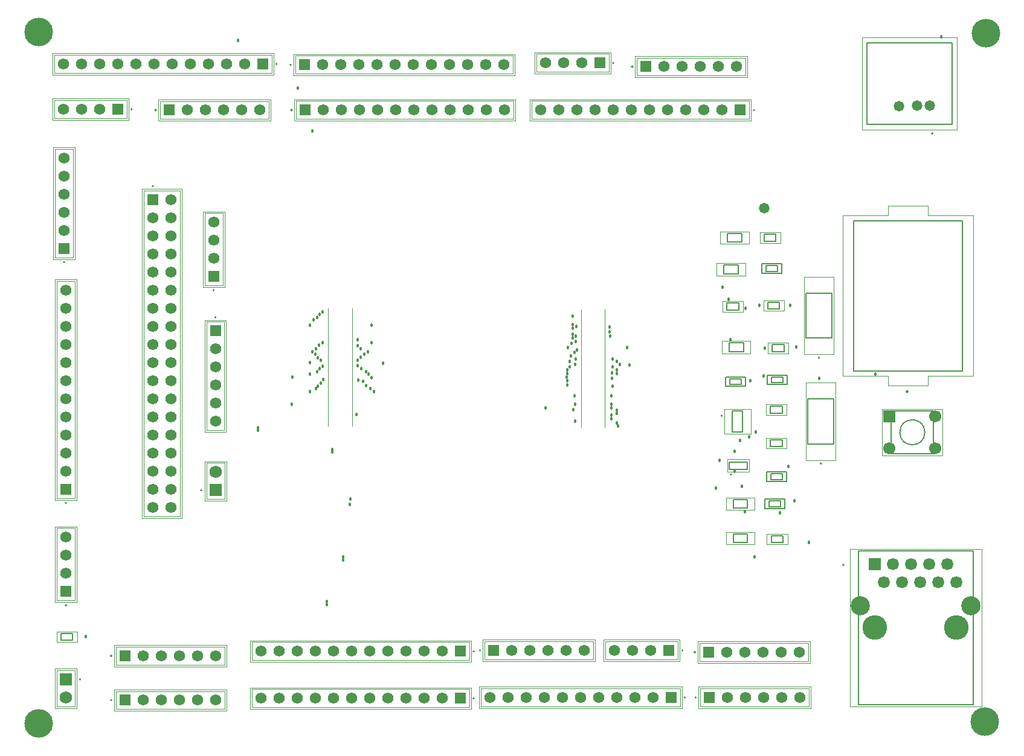
<source format=gbs>
G04*
G04 #@! TF.GenerationSoftware,Altium Limited,Altium Designer,22.1.2 (22)*
G04*
G04 Layer_Color=16711935*
%FSLAX25Y25*%
%MOIN*%
G70*
G04*
G04 #@! TF.SameCoordinates,2E2365BE-A05A-434A-80F0-4BE633B458EC*
G04*
G04*
G04 #@! TF.FilePolarity,Negative*
G04*
G01*
G75*
%ADD10C,0.00787*%
%ADD11C,0.00500*%
%ADD12C,0.00394*%
%ADD14C,0.00197*%
%ADD51R,0.06194X0.06194*%
%ADD52C,0.06194*%
%ADD53R,0.06194X0.06194*%
%ADD54C,0.13595*%
%ADD55C,0.10544*%
%ADD56R,0.06619X0.06619*%
%ADD57C,0.06619*%
%ADD58R,0.06824X0.06824*%
%ADD59C,0.06824*%
%ADD60C,0.06698*%
%ADD61R,0.06698X0.06698*%
%ADD62C,0.15800*%
%ADD63C,0.01800*%
%ADD64C,0.05800*%
D10*
X629953Y348500D02*
G03*
X629953Y348500I-394J0D01*
G01*
X728433Y335610D02*
G03*
X728433Y335610I-394J0D01*
G01*
X332894Y234059D02*
G03*
X332894Y234059I-394J0D01*
G01*
X275335Y22500D02*
G03*
X275335Y22500I-394J0D01*
G01*
X298394Y306559D02*
G03*
X298394Y306559I-394J0D01*
G01*
X366453Y374000D02*
G03*
X366453Y374000I-394J0D01*
G01*
X331894Y248941D02*
G03*
X331894Y248941I-394J0D01*
G01*
X597335Y49000D02*
G03*
X597335Y49000I-394J0D01*
G01*
X275335Y47000D02*
G03*
X275335Y47000I-394J0D01*
G01*
X374835Y348500D02*
G03*
X374835Y348500I-394J0D01*
G01*
X374335Y373500D02*
G03*
X374335Y373500I-394J0D01*
G01*
X679312Y97303D02*
G03*
X679312Y97303I-394J0D01*
G01*
X552453Y374500D02*
G03*
X552453Y374500I-394J0D01*
G01*
X617425Y147153D02*
G03*
X617425Y147153I-394J0D01*
G01*
X562835Y372500D02*
G03*
X562835Y372500I-394J0D01*
G01*
X714663Y192967D02*
G03*
X714663Y192967I-557J0D01*
G01*
X286453Y349000D02*
G03*
X286453Y349000I-394J0D01*
G01*
X258268Y34000D02*
G03*
X258268Y34000I-394J0D01*
G01*
X590453Y50000D02*
G03*
X590453Y50000I-394J0D01*
G01*
X249394Y264441D02*
G03*
X249394Y264441I-394J0D01*
G01*
X475453Y49500D02*
G03*
X475453Y49500I-394J0D01*
G01*
X597835Y24000D02*
G03*
X597835Y24000I-394J0D01*
G01*
X612232Y179650D02*
G03*
X612232Y179650I-394J0D01*
G01*
X478835Y50000D02*
G03*
X478835Y50000I-394J0D01*
G01*
X666894Y153232D02*
G03*
X666894Y153232I-394J0D01*
G01*
X665894Y211732D02*
G03*
X665894Y211732I-394J0D01*
G01*
X591953Y24000D02*
G03*
X591953Y24000I-394J0D01*
G01*
X475453Y23500D02*
G03*
X475453Y23500I-394J0D01*
G01*
X250394Y74941D02*
G03*
X250394Y74941I-394J0D01*
G01*
X299835Y348500D02*
G03*
X299835Y348500I-394J0D01*
G01*
X250394Y131441D02*
G03*
X250394Y131441I-394J0D01*
G01*
X325020Y138500D02*
G03*
X325020Y138500I-394J0D01*
G01*
D11*
X723910Y170500D02*
G03*
X723910Y170500I-6909J0D01*
G01*
X615937Y215039D02*
X623811D01*
X615937Y219961D02*
X623811D01*
Y215039D02*
Y219961D01*
X615937Y215039D02*
Y219961D01*
X639732Y215150D02*
Y218850D01*
X646268Y215150D02*
Y218850D01*
X639732D02*
X646268D01*
X639732Y215150D02*
X646268D01*
X614732Y238150D02*
Y241850D01*
X621268Y238150D02*
Y241850D01*
X614732D02*
X621268D01*
X614732Y238150D02*
X621268D01*
X637232Y238650D02*
Y242350D01*
X643768Y238650D02*
Y242350D01*
X637232D02*
X643768D01*
X637232Y238650D02*
X643768D01*
X738965Y340532D02*
Y385610D01*
X691917D02*
X738965D01*
X691917Y340532D02*
Y385610D01*
Y340532D02*
X738965D01*
X639220Y109650D02*
X645756D01*
X639220Y113350D02*
X645756D01*
Y109650D02*
Y113350D01*
X639220Y109650D02*
Y113350D01*
X687206Y104980D02*
X750710D01*
Y19980D02*
Y104980D01*
X687206Y19980D02*
X750710D01*
X687206D02*
Y104980D01*
X636350Y259425D02*
Y262575D01*
X642650Y259425D02*
Y262575D01*
X636350D02*
X642650D01*
X636350Y259425D02*
X642650D01*
X616047Y150106D02*
Y154043D01*
X625890D01*
Y150106D02*
Y154043D01*
X616047Y150106D02*
X625890D01*
X635244Y276150D02*
X641780D01*
X635244Y279850D02*
X641780D01*
Y276150D02*
Y279850D01*
X635244Y276150D02*
Y279850D01*
X638744Y181150D02*
X645280D01*
X638744Y184850D02*
X645280D01*
Y181150D02*
Y184850D01*
X638744Y181150D02*
Y184850D01*
X638732Y162650D02*
X645268D01*
X638732Y166350D02*
X645268D01*
Y162650D02*
Y166350D01*
X638732Y162650D02*
Y166350D01*
X638850Y144425D02*
Y147575D01*
X645150Y144425D02*
Y147575D01*
X638850D02*
X645150D01*
X638850Y144425D02*
X645150D01*
X637898Y129425D02*
Y132575D01*
X644197Y129425D02*
Y132575D01*
X637898D02*
X644197D01*
X637898Y129425D02*
X644197D01*
X684500Y204424D02*
Y287416D01*
X744500D01*
Y204424D02*
Y287416D01*
X684500Y204424D02*
X744500D01*
X618189Y109539D02*
Y114461D01*
X626063Y109539D02*
Y114461D01*
X618189D02*
X626063D01*
X618189Y109539D02*
X626063D01*
X705209Y158709D02*
Y182291D01*
Y158709D02*
X728791D01*
Y182291D01*
X705209D02*
X728791D01*
X618189Y128539D02*
Y133461D01*
X626063Y128539D02*
Y133461D01*
X618189D02*
X626063D01*
X618189Y128539D02*
X626063D01*
X617744Y170594D02*
Y182405D01*
Y170594D02*
X623256D01*
Y182405D01*
X617744D02*
X623256D01*
X616303Y196925D02*
Y200075D01*
X622602Y196925D02*
Y200075D01*
X616303D02*
X622602D01*
X616303Y196925D02*
X622602D01*
X613063Y258039D02*
Y262961D01*
X620937Y258039D02*
Y262961D01*
X613063D02*
X620937D01*
X613063Y258039D02*
X620937D01*
X659453Y164098D02*
Y188902D01*
X673547D01*
Y164098D02*
Y188902D01*
X659453Y164098D02*
X673547D01*
X658453Y222598D02*
Y247402D01*
X672547D01*
Y222598D02*
Y247402D01*
X658453Y222598D02*
X672547D01*
X615063Y275539D02*
Y280461D01*
X622937Y275539D02*
Y280461D01*
X615063D02*
X622937D01*
X615063Y275539D02*
X622937D01*
X639350Y197925D02*
Y201075D01*
X645650Y197925D02*
Y201075D01*
X639350D02*
X645650D01*
X639350Y197925D02*
X645650D01*
X247232Y55650D02*
X253768D01*
X247232Y59350D02*
X253768D01*
Y55650D02*
Y59350D01*
X247232Y55650D02*
Y59350D01*
X633988Y263559D02*
X645012D01*
Y258441D02*
Y263559D01*
X633988Y258441D02*
Y263559D01*
Y258441D02*
X645012D01*
X636488Y148559D02*
X647512D01*
Y143441D02*
Y148559D01*
X636488Y143441D02*
Y148559D01*
Y143441D02*
X647512D01*
X635535Y133559D02*
X646559D01*
Y128441D02*
Y133559D01*
X635535Y128441D02*
Y133559D01*
Y128441D02*
X646559D01*
X613941Y201059D02*
X624965D01*
Y195941D02*
Y201059D01*
X613941Y195941D02*
Y201059D01*
Y195941D02*
X624965D01*
X636988Y202059D02*
X648012D01*
Y196941D02*
Y202059D01*
X636988Y196941D02*
Y202059D01*
Y196941D02*
X648012D01*
D12*
X627000Y343500D02*
Y353500D01*
X507000Y343500D02*
X627000D01*
X507000D02*
Y353500D01*
X627000D01*
X407960Y173884D02*
Y238850D01*
X394646Y173884D02*
Y238848D01*
X337400Y171500D02*
Y231500D01*
X327600D02*
X337400D01*
X327600Y171500D02*
Y231500D01*
Y171500D02*
X337400D01*
X277500Y27400D02*
X337500D01*
X277500Y17600D02*
Y27400D01*
Y17600D02*
X337500D01*
Y27400D01*
X293000Y124000D02*
Y304000D01*
Y124000D02*
X313000D01*
Y304000D01*
X293000D02*
X313000D01*
X243500Y379000D02*
X363500D01*
X243500Y369000D02*
Y379000D01*
Y369000D02*
X363500D01*
Y379000D01*
X326500Y251500D02*
X336500D01*
X326500D02*
Y291500D01*
X336500D01*
Y251500D02*
Y291500D01*
X659500Y44100D02*
Y53900D01*
X599500Y44100D02*
X659500D01*
X599500D02*
Y53900D01*
X659500D01*
X337500Y42100D02*
Y51900D01*
X277500Y42100D02*
X337500D01*
X277500D02*
Y51900D01*
X337500D01*
X377000Y343500D02*
Y353500D01*
X497000D01*
Y343500D02*
Y353500D01*
X377000Y343500D02*
X497000D01*
X376500Y368500D02*
Y378500D01*
X496500D01*
Y368500D02*
Y378500D01*
X376500Y368500D02*
X496500D01*
X549500Y369500D02*
Y379500D01*
X509500Y369500D02*
X549500D01*
X509500D02*
Y379500D01*
X549500D01*
X547460Y173227D02*
Y238192D01*
X534146Y173227D02*
Y238191D01*
X625000Y367600D02*
Y377400D01*
X565000Y367600D02*
X625000D01*
X565000D02*
Y377400D01*
X625000D01*
X283500Y344000D02*
Y354000D01*
X243500Y344000D02*
X283500D01*
X243500D02*
Y354000D01*
X283500D01*
X245000Y39000D02*
X255000D01*
Y19000D02*
Y39000D01*
X245000Y19000D02*
X255000D01*
X245000D02*
Y39000D01*
X587500Y45000D02*
Y55000D01*
X547500Y45000D02*
X587500D01*
X547500D02*
Y55000D01*
X587500D01*
X244100Y327000D02*
X253900D01*
Y267000D02*
Y327000D01*
X244100Y267000D02*
X253900D01*
X244100D02*
Y327000D01*
X472500Y44500D02*
Y54500D01*
X352500Y44500D02*
X472500D01*
X352500D02*
Y54500D01*
X472500D01*
X660000Y19100D02*
Y28900D01*
X600000Y19100D02*
X660000D01*
X600000D02*
Y28900D01*
X660000D01*
X541000Y45100D02*
Y54900D01*
X481000Y45100D02*
X541000D01*
X481000D02*
Y54900D01*
X541000D01*
X479000Y19000D02*
Y29000D01*
X589000D01*
Y19000D02*
Y29000D01*
X479000Y19000D02*
X589000D01*
X479000D02*
Y29000D01*
X589000D01*
Y19000D02*
Y29000D01*
X472500Y18500D02*
Y28500D01*
X352500Y18500D02*
X472500D01*
X352500D02*
Y28500D01*
X472500D01*
X245000Y77500D02*
X255000D01*
X245000D02*
Y117500D01*
X255000D01*
Y77500D02*
Y117500D01*
X362000Y343600D02*
Y353400D01*
X302000Y343600D02*
X362000D01*
X302000D02*
Y353400D01*
X362000D01*
X245000Y134000D02*
X255000D01*
X245000D02*
Y254000D01*
X255000D01*
Y134000D02*
Y254000D01*
X327500Y133500D02*
X337500D01*
X327500D02*
Y153500D01*
X337500D01*
Y133500D02*
Y153500D01*
D14*
X627984Y342516D02*
Y354484D01*
X506016Y342516D02*
X627984D01*
X506016D02*
Y354484D01*
X627984D01*
X612000Y220945D02*
X627748D01*
Y214055D02*
Y220945D01*
X612000Y214055D02*
X627748D01*
X612000D02*
Y220945D01*
X648685Y214087D02*
Y219913D01*
X637315Y214087D02*
Y219913D01*
X648685D01*
X637315Y214087D02*
X648685D01*
X623685Y237087D02*
Y242913D01*
X612315Y237087D02*
Y242913D01*
X623685D01*
X612315Y237087D02*
X623685D01*
X646185Y237587D02*
Y243413D01*
X634815Y237587D02*
Y243413D01*
X646185D01*
X634815Y237587D02*
X646185D01*
X689457Y388563D02*
X741622D01*
Y337579D02*
Y388563D01*
X689457Y337579D02*
X741622D01*
X689457D02*
Y388563D01*
X338384Y170516D02*
Y232484D01*
X326616D02*
X338384D01*
X326616Y170516D02*
Y232484D01*
Y170516D02*
X338384D01*
X276516Y28384D02*
X338484D01*
X276516Y16616D02*
Y28384D01*
Y16616D02*
X338484D01*
Y28384D01*
X292016Y123016D02*
Y304984D01*
Y123016D02*
X313984D01*
Y304984D01*
X292016D02*
X313984D01*
X242516Y379984D02*
X364484D01*
X242516Y368016D02*
Y379984D01*
Y368016D02*
X364484D01*
Y379984D01*
X325516Y250516D02*
X337484D01*
X325516D02*
Y292484D01*
X337484D01*
Y250516D02*
Y292484D01*
X660484Y43116D02*
Y54884D01*
X598516Y43116D02*
X660484D01*
X598516D02*
Y54884D01*
X660484D01*
X338484Y41116D02*
Y52884D01*
X276516Y41116D02*
X338484D01*
X276516D02*
Y52884D01*
X338484D01*
X636803Y108587D02*
X648173D01*
X636803Y114413D02*
X648173D01*
X636803Y108587D02*
Y114413D01*
X648173Y108587D02*
Y114413D01*
X376016Y342516D02*
Y354484D01*
X497984D01*
Y342516D02*
Y354484D01*
X376016Y342516D02*
X497984D01*
X375516Y367516D02*
Y379484D01*
X497484D01*
Y367516D02*
Y379484D01*
X375516Y367516D02*
X497484D01*
X682540Y105965D02*
X755375D01*
Y18996D02*
Y105965D01*
X682540Y18996D02*
X755375D01*
X682540D02*
Y105965D01*
X550484Y368516D02*
Y380484D01*
X508516Y368516D02*
X550484D01*
X508516D02*
Y380484D01*
X550484D01*
X615063Y148531D02*
Y155618D01*
X626874D01*
Y148531D02*
Y155618D01*
X615063Y148531D02*
X626874D01*
X632827Y275087D02*
X644197D01*
X632827Y280913D02*
X644197D01*
X632827Y275087D02*
Y280913D01*
X644197Y275087D02*
Y280913D01*
X636327Y180087D02*
X647697D01*
X636327Y185913D02*
X647697D01*
X636327Y180087D02*
Y185913D01*
X647697Y180087D02*
Y185913D01*
X636315Y161587D02*
X647685D01*
X636315Y167413D02*
X647685D01*
X636315Y161587D02*
Y167413D01*
X647685Y161587D02*
Y167413D01*
X625984Y366616D02*
Y378384D01*
X564016Y366616D02*
X625984D01*
X564016D02*
Y378384D01*
X625984D01*
X678516Y201629D02*
Y290212D01*
X703476D01*
Y295625D01*
X725524D01*
Y290212D02*
Y295625D01*
Y290212D02*
X750484D01*
Y201629D02*
Y290212D01*
X725524Y201629D02*
X750484D01*
X725524Y196215D02*
Y201629D01*
X703476Y196215D02*
X725524D01*
X703476D02*
Y201629D01*
X678516D02*
X703476D01*
X284484Y343016D02*
Y354984D01*
X242516Y343016D02*
X284484D01*
X242516D02*
Y354984D01*
X284484D01*
X255984Y18016D02*
Y39984D01*
X244016Y18016D02*
X255984D01*
X244016D02*
Y39984D01*
X255984D01*
X588484Y44016D02*
Y55984D01*
X546516Y44016D02*
X588484D01*
X546516D02*
Y55984D01*
X588484D01*
X243116Y327984D02*
X254884D01*
Y266016D02*
Y327984D01*
X243116Y266016D02*
X254884D01*
X243116D02*
Y327984D01*
X614252Y108555D02*
Y115445D01*
Y108555D02*
X630000D01*
Y115445D01*
X614252D02*
X630000D01*
X473484Y43516D02*
Y55484D01*
X351516Y43516D02*
X473484D01*
X351516D02*
Y55484D01*
X473484D01*
X700268Y157705D02*
Y183295D01*
Y157705D02*
X733732D01*
Y183295D01*
X700268D02*
X733732D01*
X660984Y18116D02*
Y29884D01*
X599016Y18116D02*
X660984D01*
X599016D02*
Y29884D01*
X660984D01*
X614252Y127555D02*
Y134445D01*
Y127555D02*
X630000D01*
Y134445D01*
X614252D02*
X630000D01*
X613177Y183390D02*
X627823D01*
Y169610D02*
Y183390D01*
X613177Y169610D02*
X627823D01*
X613177D02*
Y183390D01*
X541984Y44116D02*
Y55884D01*
X480016Y44116D02*
X541984D01*
X480016D02*
Y55884D01*
X541984D01*
X609126Y257055D02*
Y263945D01*
Y257055D02*
X624874D01*
Y263945D01*
X609126D02*
X624874D01*
X658469Y155043D02*
Y197957D01*
X674532D01*
Y155043D02*
Y197957D01*
X658469Y155043D02*
X674532D01*
X657469Y213543D02*
Y256457D01*
X673532D01*
Y213543D02*
Y256457D01*
X657469Y213543D02*
X673532D01*
X478016Y18016D02*
Y29984D01*
X589984D01*
Y18016D02*
Y29984D01*
X478016Y18016D02*
X589984D01*
X611126Y274555D02*
Y281445D01*
Y274555D02*
X626874D01*
Y281445D01*
X611126D02*
X626874D01*
X473484Y17516D02*
Y29484D01*
X351516Y17516D02*
X473484D01*
X351516D02*
Y29484D01*
X473484D01*
X244016Y76516D02*
X255984D01*
X244016D02*
Y118484D01*
X255984D01*
Y76516D02*
Y118484D01*
X244815Y54587D02*
X256185D01*
X244815Y60413D02*
X256185D01*
X244815Y54587D02*
Y60413D01*
X256185Y54587D02*
Y60413D01*
X362984Y342616D02*
Y354384D01*
X301016Y342616D02*
X362984D01*
X301016D02*
Y354384D01*
X362984D01*
X244016Y133016D02*
X255984D01*
X244016D02*
Y254984D01*
X255984D01*
Y133016D02*
Y254984D01*
X326516Y132516D02*
Y154484D01*
X338484D01*
Y132516D02*
Y154484D01*
X326516Y132516D02*
X338484D01*
D51*
X622000Y348500D02*
D03*
X282500Y22500D02*
D03*
X358500Y374000D02*
D03*
X604500Y49000D02*
D03*
X282500Y47000D02*
D03*
X382000Y348500D02*
D03*
X381500Y373500D02*
D03*
X544500Y374500D02*
D03*
X570000Y372500D02*
D03*
X278500Y349000D02*
D03*
X582500Y50000D02*
D03*
X467500Y49500D02*
D03*
X605000Y24000D02*
D03*
X486000Y50000D02*
D03*
X584000Y24000D02*
D03*
X467500Y23500D02*
D03*
X307000Y348500D02*
D03*
D52*
X612000D02*
D03*
X602000D02*
D03*
X592000D02*
D03*
X582000D02*
D03*
X572000D02*
D03*
X562000D02*
D03*
X552000D02*
D03*
X542000D02*
D03*
X532000D02*
D03*
X522000D02*
D03*
X512000D02*
D03*
X332500Y176500D02*
D03*
Y186500D02*
D03*
Y196500D02*
D03*
Y206500D02*
D03*
Y216500D02*
D03*
Y22500D02*
D03*
X322500D02*
D03*
X312500D02*
D03*
X302500D02*
D03*
X292500D02*
D03*
X308000Y129000D02*
D03*
X298000D02*
D03*
X308000Y139000D02*
D03*
X298000D02*
D03*
X308000Y149000D02*
D03*
X298000D02*
D03*
X308000Y159000D02*
D03*
X298000D02*
D03*
X308000Y169000D02*
D03*
X298000D02*
D03*
X308000Y179000D02*
D03*
X298000D02*
D03*
X308000Y189000D02*
D03*
X298000D02*
D03*
X308000Y199000D02*
D03*
X298000D02*
D03*
X308000Y209000D02*
D03*
X298000D02*
D03*
X308000Y219000D02*
D03*
X298000D02*
D03*
X308000Y229000D02*
D03*
X298000D02*
D03*
X308000Y239000D02*
D03*
X298000D02*
D03*
X308000Y249000D02*
D03*
X298000D02*
D03*
X308000Y259000D02*
D03*
X298000D02*
D03*
X308000Y269000D02*
D03*
X298000D02*
D03*
X308000Y279000D02*
D03*
X298000D02*
D03*
X308000Y289000D02*
D03*
X298000D02*
D03*
X308000Y299000D02*
D03*
X248500Y374000D02*
D03*
X258500D02*
D03*
X268500D02*
D03*
X278500D02*
D03*
X288500D02*
D03*
X298500D02*
D03*
X308500D02*
D03*
X318500D02*
D03*
X328500D02*
D03*
X338500D02*
D03*
X348500D02*
D03*
X331500Y266500D02*
D03*
Y276500D02*
D03*
Y286500D02*
D03*
X614500Y49000D02*
D03*
X624500D02*
D03*
X634500D02*
D03*
X644500D02*
D03*
X654500D02*
D03*
X292500Y47000D02*
D03*
X302500D02*
D03*
X312500D02*
D03*
X322500D02*
D03*
X332500D02*
D03*
X392000Y348500D02*
D03*
X402000D02*
D03*
X412000D02*
D03*
X422000D02*
D03*
X432000D02*
D03*
X442000D02*
D03*
X452000D02*
D03*
X462000D02*
D03*
X472000D02*
D03*
X482000D02*
D03*
X492000D02*
D03*
X391500Y373500D02*
D03*
X401500D02*
D03*
X411500D02*
D03*
X421500D02*
D03*
X431500D02*
D03*
X441500D02*
D03*
X451500D02*
D03*
X461500D02*
D03*
X471500D02*
D03*
X481500D02*
D03*
X491500D02*
D03*
X534500Y374500D02*
D03*
X524500D02*
D03*
X514500D02*
D03*
X580000Y372500D02*
D03*
X590000D02*
D03*
X600000D02*
D03*
X610000D02*
D03*
X620000D02*
D03*
X268500Y349000D02*
D03*
X258500D02*
D03*
X248500D02*
D03*
X572500Y50000D02*
D03*
X562500D02*
D03*
X552500D02*
D03*
X249000Y282000D02*
D03*
Y292000D02*
D03*
Y302000D02*
D03*
Y312000D02*
D03*
Y322000D02*
D03*
X457500Y49500D02*
D03*
X447500D02*
D03*
X437500D02*
D03*
X427500D02*
D03*
X417500D02*
D03*
X407500D02*
D03*
X397500D02*
D03*
X387500D02*
D03*
X377500D02*
D03*
X367500D02*
D03*
X357500D02*
D03*
X615000Y24000D02*
D03*
X625000D02*
D03*
X635000D02*
D03*
X645000D02*
D03*
X655000D02*
D03*
X496000Y50000D02*
D03*
X506000D02*
D03*
X516000D02*
D03*
X526000D02*
D03*
X536000D02*
D03*
X574000Y24000D02*
D03*
X564000D02*
D03*
X554000D02*
D03*
X544000D02*
D03*
X534000D02*
D03*
X524000D02*
D03*
X514000D02*
D03*
X504000D02*
D03*
X494000D02*
D03*
X484000D02*
D03*
X457500Y23500D02*
D03*
X447500D02*
D03*
X437500D02*
D03*
X427500D02*
D03*
X417500D02*
D03*
X407500D02*
D03*
X397500D02*
D03*
X387500D02*
D03*
X377500D02*
D03*
X367500D02*
D03*
X357500D02*
D03*
X250000Y92500D02*
D03*
Y102500D02*
D03*
Y112500D02*
D03*
X317000Y348500D02*
D03*
X327000D02*
D03*
X337000D02*
D03*
X347000D02*
D03*
X357000D02*
D03*
X250000Y149000D02*
D03*
Y159000D02*
D03*
Y169000D02*
D03*
Y179000D02*
D03*
Y189000D02*
D03*
Y199000D02*
D03*
Y209000D02*
D03*
Y219000D02*
D03*
Y229000D02*
D03*
Y239000D02*
D03*
Y249000D02*
D03*
D53*
X332500Y226500D02*
D03*
X298000Y299000D02*
D03*
X331500Y256500D02*
D03*
X249000Y272000D02*
D03*
X250000Y82500D02*
D03*
Y139000D02*
D03*
D54*
X741458Y62500D02*
D03*
X696458D02*
D03*
D55*
X688466Y74508D02*
D03*
X749450D02*
D03*
D56*
X696458Y97500D02*
D03*
D57*
X706458D02*
D03*
X716458D02*
D03*
X726458D02*
D03*
X701458Y87500D02*
D03*
X711458D02*
D03*
X721458D02*
D03*
X731458D02*
D03*
X736458Y97500D02*
D03*
X741458Y87500D02*
D03*
D58*
X250000Y34000D02*
D03*
X332500Y138500D02*
D03*
D59*
X250000Y24000D02*
D03*
X332500Y148500D02*
D03*
D60*
X704205Y161642D02*
D03*
X729795D02*
D03*
Y179358D02*
D03*
D61*
X704205D02*
D03*
D62*
X235000Y391500D02*
D03*
Y9500D02*
D03*
X757000Y10500D02*
D03*
X757500Y391000D02*
D03*
D63*
X418500Y229500D02*
D03*
X386000Y337000D02*
D03*
X530000Y183000D02*
D03*
X651998Y132502D02*
D03*
X644000Y126000D02*
D03*
X514500Y184000D02*
D03*
X619000Y160000D02*
D03*
X551061Y185939D02*
D03*
X526500Y196500D02*
D03*
X529761Y222559D02*
D03*
X529061Y219561D02*
D03*
X527105Y217274D02*
D03*
X530500Y214500D02*
D03*
X528500Y212500D02*
D03*
X532000Y216000D02*
D03*
X531183Y220744D02*
D03*
X531244Y223744D02*
D03*
X531500Y229000D02*
D03*
X531342Y211146D02*
D03*
X526447Y200947D02*
D03*
X526500Y199000D02*
D03*
X526474Y203042D02*
D03*
X526500Y205000D02*
D03*
X627500Y199000D02*
D03*
X630500Y170500D02*
D03*
X627000Y168000D02*
D03*
X621939Y165939D02*
D03*
X529500Y234500D02*
D03*
Y228000D02*
D03*
Y224500D02*
D03*
Y230000D02*
D03*
X528000Y206500D02*
D03*
Y209500D02*
D03*
X550189Y223811D02*
D03*
X550000Y226000D02*
D03*
X559689Y217311D02*
D03*
X554000Y209500D02*
D03*
X555500Y208000D02*
D03*
X551500Y211071D02*
D03*
Y196000D02*
D03*
X551346Y203346D02*
D03*
X551000Y190500D02*
D03*
X616500Y221500D02*
D03*
X551500Y206500D02*
D03*
X530748Y190748D02*
D03*
X531000Y208000D02*
D03*
X345000Y387000D02*
D03*
X696500Y202500D02*
D03*
X410382Y180382D02*
D03*
X413811Y198811D02*
D03*
X406500Y130500D02*
D03*
X406939Y133561D02*
D03*
X388500Y234000D02*
D03*
X391500Y237000D02*
D03*
X615500Y244000D02*
D03*
X415656Y196399D02*
D03*
X418000Y194500D02*
D03*
X390630Y197630D02*
D03*
X389000Y211500D02*
D03*
X635000Y201500D02*
D03*
X648500Y151500D02*
D03*
X610500Y155000D02*
D03*
X608800Y139700D02*
D03*
X387500Y213500D02*
D03*
X375000Y201000D02*
D03*
X388028Y216528D02*
D03*
X630000Y101500D02*
D03*
X386000Y215000D02*
D03*
X660000Y109500D02*
D03*
X384500Y193000D02*
D03*
X374500Y186000D02*
D03*
X388000Y194500D02*
D03*
X386500Y232500D02*
D03*
X390000Y235500D02*
D03*
X391500Y220000D02*
D03*
X625000Y239000D02*
D03*
X635500Y217000D02*
D03*
X653000Y217500D02*
D03*
X665500Y200400D02*
D03*
X632500Y240500D02*
D03*
X649500D02*
D03*
X624800Y126700D02*
D03*
X413000Y205504D02*
D03*
X356000Y173000D02*
D03*
Y171500D02*
D03*
X411000Y221500D02*
D03*
X550000Y228500D02*
D03*
X420000Y193000D02*
D03*
X619000Y149000D02*
D03*
X425000Y208500D02*
D03*
X418500Y220000D02*
D03*
X412500Y216528D02*
D03*
X418500Y200500D02*
D03*
X417000Y202500D02*
D03*
X415500Y204000D02*
D03*
X411000Y207228D02*
D03*
Y210228D02*
D03*
X414500Y213500D02*
D03*
X412500Y211953D02*
D03*
X416500Y215000D02*
D03*
X554000Y205000D02*
D03*
X561000Y207500D02*
D03*
X554686Y173936D02*
D03*
X554000Y175500D02*
D03*
Y182500D02*
D03*
Y181000D02*
D03*
X551000Y184087D02*
D03*
Y178000D02*
D03*
Y180000D02*
D03*
X531000Y176500D02*
D03*
Y186000D02*
D03*
X553907Y202907D02*
D03*
X551272Y200272D02*
D03*
X733000Y389000D02*
D03*
X378000Y360694D02*
D03*
X394061Y75439D02*
D03*
Y76939D02*
D03*
X403000Y100000D02*
D03*
Y101500D02*
D03*
X397000Y159500D02*
D03*
Y161000D02*
D03*
X261000Y57500D02*
D03*
X384500Y209000D02*
D03*
Y229500D02*
D03*
X390728Y210228D02*
D03*
X389500Y218500D02*
D03*
X612374Y250600D02*
D03*
X410925Y218177D02*
D03*
X388500Y204000D02*
D03*
X384500Y202500D02*
D03*
X390000Y205500D02*
D03*
X391500Y207000D02*
D03*
X392000Y199500D02*
D03*
X389055Y196055D02*
D03*
X411295Y199205D02*
D03*
X623000Y140500D02*
D03*
D64*
X635250Y294250D02*
D03*
X709775Y350775D02*
D03*
X726500Y351000D02*
D03*
X719500D02*
D03*
M02*

</source>
